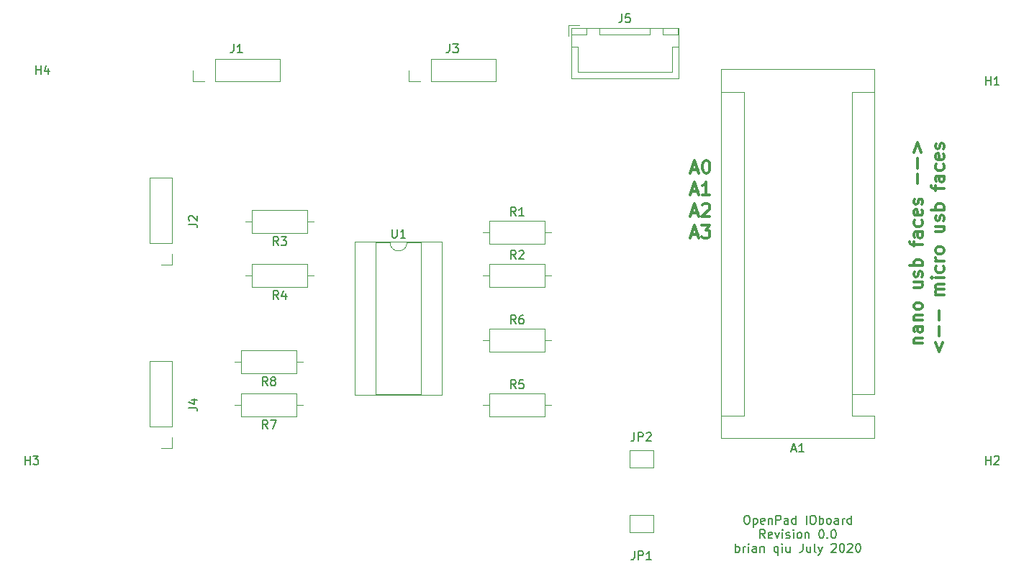
<source format=gbr>
%TF.GenerationSoftware,KiCad,Pcbnew,5.1.6-c6e7f7d~86~ubuntu18.04.1*%
%TF.CreationDate,2020-07-08T21:07:12-04:00*%
%TF.ProjectId,boo,626f6f2e-6b69-4636-9164-5f7063625858,rev?*%
%TF.SameCoordinates,Original*%
%TF.FileFunction,Legend,Top*%
%TF.FilePolarity,Positive*%
%FSLAX46Y46*%
G04 Gerber Fmt 4.6, Leading zero omitted, Abs format (unit mm)*
G04 Created by KiCad (PCBNEW 5.1.6-c6e7f7d~86~ubuntu18.04.1) date 2020-07-08 21:07:12*
%MOMM*%
%LPD*%
G01*
G04 APERTURE LIST*
%ADD10C,0.300000*%
%ADD11C,0.150000*%
%ADD12C,0.120000*%
G04 APERTURE END LIST*
D10*
X487353571Y409818571D02*
X488353571Y409818571D01*
X487496428Y409818571D02*
X487425000Y409890000D01*
X487353571Y410032857D01*
X487353571Y410247142D01*
X487425000Y410390000D01*
X487567857Y410461428D01*
X488353571Y410461428D01*
X488353571Y411818571D02*
X487567857Y411818571D01*
X487425000Y411747142D01*
X487353571Y411604285D01*
X487353571Y411318571D01*
X487425000Y411175714D01*
X488282142Y411818571D02*
X488353571Y411675714D01*
X488353571Y411318571D01*
X488282142Y411175714D01*
X488139285Y411104285D01*
X487996428Y411104285D01*
X487853571Y411175714D01*
X487782142Y411318571D01*
X487782142Y411675714D01*
X487710714Y411818571D01*
X487353571Y412532857D02*
X488353571Y412532857D01*
X487496428Y412532857D02*
X487425000Y412604285D01*
X487353571Y412747142D01*
X487353571Y412961428D01*
X487425000Y413104285D01*
X487567857Y413175714D01*
X488353571Y413175714D01*
X488353571Y414104285D02*
X488282142Y413961428D01*
X488210714Y413890000D01*
X488067857Y413818571D01*
X487639285Y413818571D01*
X487496428Y413890000D01*
X487425000Y413961428D01*
X487353571Y414104285D01*
X487353571Y414318571D01*
X487425000Y414461428D01*
X487496428Y414532857D01*
X487639285Y414604285D01*
X488067857Y414604285D01*
X488210714Y414532857D01*
X488282142Y414461428D01*
X488353571Y414318571D01*
X488353571Y414104285D01*
X487353571Y417032857D02*
X488353571Y417032857D01*
X487353571Y416390000D02*
X488139285Y416390000D01*
X488282142Y416461428D01*
X488353571Y416604285D01*
X488353571Y416818571D01*
X488282142Y416961428D01*
X488210714Y417032857D01*
X488282142Y417675714D02*
X488353571Y417818571D01*
X488353571Y418104285D01*
X488282142Y418247142D01*
X488139285Y418318571D01*
X488067857Y418318571D01*
X487925000Y418247142D01*
X487853571Y418104285D01*
X487853571Y417890000D01*
X487782142Y417747142D01*
X487639285Y417675714D01*
X487567857Y417675714D01*
X487425000Y417747142D01*
X487353571Y417890000D01*
X487353571Y418104285D01*
X487425000Y418247142D01*
X488353571Y418961428D02*
X486853571Y418961428D01*
X487425000Y418961428D02*
X487353571Y419104285D01*
X487353571Y419390000D01*
X487425000Y419532857D01*
X487496428Y419604285D01*
X487639285Y419675714D01*
X488067857Y419675714D01*
X488210714Y419604285D01*
X488282142Y419532857D01*
X488353571Y419390000D01*
X488353571Y419104285D01*
X488282142Y418961428D01*
X487353571Y421247142D02*
X487353571Y421818571D01*
X488353571Y421461428D02*
X487067857Y421461428D01*
X486925000Y421532857D01*
X486853571Y421675714D01*
X486853571Y421818571D01*
X488353571Y422961428D02*
X487567857Y422961428D01*
X487425000Y422890000D01*
X487353571Y422747142D01*
X487353571Y422461428D01*
X487425000Y422318571D01*
X488282142Y422961428D02*
X488353571Y422818571D01*
X488353571Y422461428D01*
X488282142Y422318571D01*
X488139285Y422247142D01*
X487996428Y422247142D01*
X487853571Y422318571D01*
X487782142Y422461428D01*
X487782142Y422818571D01*
X487710714Y422961428D01*
X488282142Y424318571D02*
X488353571Y424175714D01*
X488353571Y423890000D01*
X488282142Y423747142D01*
X488210714Y423675714D01*
X488067857Y423604285D01*
X487639285Y423604285D01*
X487496428Y423675714D01*
X487425000Y423747142D01*
X487353571Y423890000D01*
X487353571Y424175714D01*
X487425000Y424318571D01*
X488282142Y425532857D02*
X488353571Y425390000D01*
X488353571Y425104285D01*
X488282142Y424961428D01*
X488139285Y424890000D01*
X487567857Y424890000D01*
X487425000Y424961428D01*
X487353571Y425104285D01*
X487353571Y425390000D01*
X487425000Y425532857D01*
X487567857Y425604285D01*
X487710714Y425604285D01*
X487853571Y424890000D01*
X488282142Y426175714D02*
X488353571Y426318571D01*
X488353571Y426604285D01*
X488282142Y426747142D01*
X488139285Y426818571D01*
X488067857Y426818571D01*
X487925000Y426747142D01*
X487853571Y426604285D01*
X487853571Y426390000D01*
X487782142Y426247142D01*
X487639285Y426175714D01*
X487567857Y426175714D01*
X487425000Y426247142D01*
X487353571Y426390000D01*
X487353571Y426604285D01*
X487425000Y426747142D01*
X487782142Y428604285D02*
X487782142Y429747142D01*
X487782142Y430461428D02*
X487782142Y431604285D01*
X487353571Y432318571D02*
X487782142Y433461428D01*
X488210714Y432318571D01*
X489903571Y409961428D02*
X490332142Y408818571D01*
X490760714Y409961428D01*
X490332142Y410675714D02*
X490332142Y411818571D01*
X490332142Y412532857D02*
X490332142Y413675714D01*
X490903571Y415532857D02*
X489903571Y415532857D01*
X490046428Y415532857D02*
X489975000Y415604285D01*
X489903571Y415747142D01*
X489903571Y415961428D01*
X489975000Y416104285D01*
X490117857Y416175714D01*
X490903571Y416175714D01*
X490117857Y416175714D02*
X489975000Y416247142D01*
X489903571Y416390000D01*
X489903571Y416604285D01*
X489975000Y416747142D01*
X490117857Y416818571D01*
X490903571Y416818571D01*
X490903571Y417532857D02*
X489903571Y417532857D01*
X489403571Y417532857D02*
X489475000Y417461428D01*
X489546428Y417532857D01*
X489475000Y417604285D01*
X489403571Y417532857D01*
X489546428Y417532857D01*
X490832142Y418890000D02*
X490903571Y418747142D01*
X490903571Y418461428D01*
X490832142Y418318571D01*
X490760714Y418247142D01*
X490617857Y418175714D01*
X490189285Y418175714D01*
X490046428Y418247142D01*
X489975000Y418318571D01*
X489903571Y418461428D01*
X489903571Y418747142D01*
X489975000Y418890000D01*
X490903571Y419532857D02*
X489903571Y419532857D01*
X490189285Y419532857D02*
X490046428Y419604285D01*
X489975000Y419675714D01*
X489903571Y419818571D01*
X489903571Y419961428D01*
X490903571Y420675714D02*
X490832142Y420532857D01*
X490760714Y420461428D01*
X490617857Y420390000D01*
X490189285Y420390000D01*
X490046428Y420461428D01*
X489975000Y420532857D01*
X489903571Y420675714D01*
X489903571Y420890000D01*
X489975000Y421032857D01*
X490046428Y421104285D01*
X490189285Y421175714D01*
X490617857Y421175714D01*
X490760714Y421104285D01*
X490832142Y421032857D01*
X490903571Y420890000D01*
X490903571Y420675714D01*
X489903571Y423604285D02*
X490903571Y423604285D01*
X489903571Y422961428D02*
X490689285Y422961428D01*
X490832142Y423032857D01*
X490903571Y423175714D01*
X490903571Y423390000D01*
X490832142Y423532857D01*
X490760714Y423604285D01*
X490832142Y424247142D02*
X490903571Y424390000D01*
X490903571Y424675714D01*
X490832142Y424818571D01*
X490689285Y424890000D01*
X490617857Y424890000D01*
X490475000Y424818571D01*
X490403571Y424675714D01*
X490403571Y424461428D01*
X490332142Y424318571D01*
X490189285Y424247142D01*
X490117857Y424247142D01*
X489975000Y424318571D01*
X489903571Y424461428D01*
X489903571Y424675714D01*
X489975000Y424818571D01*
X490903571Y425532857D02*
X489403571Y425532857D01*
X489975000Y425532857D02*
X489903571Y425675714D01*
X489903571Y425961428D01*
X489975000Y426104285D01*
X490046428Y426175714D01*
X490189285Y426247142D01*
X490617857Y426247142D01*
X490760714Y426175714D01*
X490832142Y426104285D01*
X490903571Y425961428D01*
X490903571Y425675714D01*
X490832142Y425532857D01*
X489903571Y427818571D02*
X489903571Y428390000D01*
X490903571Y428032857D02*
X489617857Y428032857D01*
X489475000Y428104285D01*
X489403571Y428247142D01*
X489403571Y428390000D01*
X490903571Y429532857D02*
X490117857Y429532857D01*
X489975000Y429461428D01*
X489903571Y429318571D01*
X489903571Y429032857D01*
X489975000Y428890000D01*
X490832142Y429532857D02*
X490903571Y429390000D01*
X490903571Y429032857D01*
X490832142Y428890000D01*
X490689285Y428818571D01*
X490546428Y428818571D01*
X490403571Y428890000D01*
X490332142Y429032857D01*
X490332142Y429390000D01*
X490260714Y429532857D01*
X490832142Y430890000D02*
X490903571Y430747142D01*
X490903571Y430461428D01*
X490832142Y430318571D01*
X490760714Y430247142D01*
X490617857Y430175714D01*
X490189285Y430175714D01*
X490046428Y430247142D01*
X489975000Y430318571D01*
X489903571Y430461428D01*
X489903571Y430747142D01*
X489975000Y430890000D01*
X490832142Y432104285D02*
X490903571Y431961428D01*
X490903571Y431675714D01*
X490832142Y431532857D01*
X490689285Y431461428D01*
X490117857Y431461428D01*
X489975000Y431532857D01*
X489903571Y431675714D01*
X489903571Y431961428D01*
X489975000Y432104285D01*
X490117857Y432175714D01*
X490260714Y432175714D01*
X490403571Y431461428D01*
X490832142Y432747142D02*
X490903571Y432890000D01*
X490903571Y433175714D01*
X490832142Y433318571D01*
X490689285Y433390000D01*
X490617857Y433390000D01*
X490475000Y433318571D01*
X490403571Y433175714D01*
X490403571Y432961428D01*
X490332142Y432818571D01*
X490189285Y432747142D01*
X490117857Y432747142D01*
X489975000Y432818571D01*
X489903571Y432961428D01*
X489903571Y433175714D01*
X489975000Y433318571D01*
X461208571Y422660000D02*
X461922857Y422660000D01*
X461065714Y422231428D02*
X461565714Y423731428D01*
X462065714Y422231428D01*
X462422857Y423731428D02*
X463351428Y423731428D01*
X462851428Y423160000D01*
X463065714Y423160000D01*
X463208571Y423088571D01*
X463280000Y423017142D01*
X463351428Y422874285D01*
X463351428Y422517142D01*
X463280000Y422374285D01*
X463208571Y422302857D01*
X463065714Y422231428D01*
X462637142Y422231428D01*
X462494285Y422302857D01*
X462422857Y422374285D01*
X461208571Y425200000D02*
X461922857Y425200000D01*
X461065714Y424771428D02*
X461565714Y426271428D01*
X462065714Y424771428D01*
X462494285Y426128571D02*
X462565714Y426200000D01*
X462708571Y426271428D01*
X463065714Y426271428D01*
X463208571Y426200000D01*
X463280000Y426128571D01*
X463351428Y425985714D01*
X463351428Y425842857D01*
X463280000Y425628571D01*
X462422857Y424771428D01*
X463351428Y424771428D01*
X461208571Y427740000D02*
X461922857Y427740000D01*
X461065714Y427311428D02*
X461565714Y428811428D01*
X462065714Y427311428D01*
X463351428Y427311428D02*
X462494285Y427311428D01*
X462922857Y427311428D02*
X462922857Y428811428D01*
X462780000Y428597142D01*
X462637142Y428454285D01*
X462494285Y428382857D01*
X461208571Y430280000D02*
X461922857Y430280000D01*
X461065714Y429851428D02*
X461565714Y431351428D01*
X462065714Y429851428D01*
X462851428Y431351428D02*
X462994285Y431351428D01*
X463137142Y431280000D01*
X463208571Y431208571D01*
X463280000Y431065714D01*
X463351428Y430780000D01*
X463351428Y430422857D01*
X463280000Y430137142D01*
X463208571Y429994285D01*
X463137142Y429922857D01*
X462994285Y429851428D01*
X462851428Y429851428D01*
X462708571Y429922857D01*
X462637142Y429994285D01*
X462565714Y430137142D01*
X462494285Y430422857D01*
X462494285Y430780000D01*
X462565714Y431065714D01*
X462637142Y431208571D01*
X462708571Y431280000D01*
X462851428Y431351428D01*
D11*
X467614761Y389547619D02*
X467805238Y389547619D01*
X467900476Y389500000D01*
X467995714Y389404761D01*
X468043333Y389214285D01*
X468043333Y388880952D01*
X467995714Y388690476D01*
X467900476Y388595238D01*
X467805238Y388547619D01*
X467614761Y388547619D01*
X467519523Y388595238D01*
X467424285Y388690476D01*
X467376666Y388880952D01*
X467376666Y389214285D01*
X467424285Y389404761D01*
X467519523Y389500000D01*
X467614761Y389547619D01*
X468471904Y389214285D02*
X468471904Y388214285D01*
X468471904Y389166666D02*
X468567142Y389214285D01*
X468757619Y389214285D01*
X468852857Y389166666D01*
X468900476Y389119047D01*
X468948095Y389023809D01*
X468948095Y388738095D01*
X468900476Y388642857D01*
X468852857Y388595238D01*
X468757619Y388547619D01*
X468567142Y388547619D01*
X468471904Y388595238D01*
X469757619Y388595238D02*
X469662380Y388547619D01*
X469471904Y388547619D01*
X469376666Y388595238D01*
X469329047Y388690476D01*
X469329047Y389071428D01*
X469376666Y389166666D01*
X469471904Y389214285D01*
X469662380Y389214285D01*
X469757619Y389166666D01*
X469805238Y389071428D01*
X469805238Y388976190D01*
X469329047Y388880952D01*
X470233809Y389214285D02*
X470233809Y388547619D01*
X470233809Y389119047D02*
X470281428Y389166666D01*
X470376666Y389214285D01*
X470519523Y389214285D01*
X470614761Y389166666D01*
X470662380Y389071428D01*
X470662380Y388547619D01*
X471138571Y388547619D02*
X471138571Y389547619D01*
X471519523Y389547619D01*
X471614761Y389500000D01*
X471662380Y389452380D01*
X471710000Y389357142D01*
X471710000Y389214285D01*
X471662380Y389119047D01*
X471614761Y389071428D01*
X471519523Y389023809D01*
X471138571Y389023809D01*
X472567142Y388547619D02*
X472567142Y389071428D01*
X472519523Y389166666D01*
X472424285Y389214285D01*
X472233809Y389214285D01*
X472138571Y389166666D01*
X472567142Y388595238D02*
X472471904Y388547619D01*
X472233809Y388547619D01*
X472138571Y388595238D01*
X472090952Y388690476D01*
X472090952Y388785714D01*
X472138571Y388880952D01*
X472233809Y388928571D01*
X472471904Y388928571D01*
X472567142Y388976190D01*
X473471904Y388547619D02*
X473471904Y389547619D01*
X473471904Y388595238D02*
X473376666Y388547619D01*
X473186190Y388547619D01*
X473090952Y388595238D01*
X473043333Y388642857D01*
X472995714Y388738095D01*
X472995714Y389023809D01*
X473043333Y389119047D01*
X473090952Y389166666D01*
X473186190Y389214285D01*
X473376666Y389214285D01*
X473471904Y389166666D01*
X474710000Y388547619D02*
X474710000Y389547619D01*
X475376666Y389547619D02*
X475567142Y389547619D01*
X475662380Y389500000D01*
X475757619Y389404761D01*
X475805238Y389214285D01*
X475805238Y388880952D01*
X475757619Y388690476D01*
X475662380Y388595238D01*
X475567142Y388547619D01*
X475376666Y388547619D01*
X475281428Y388595238D01*
X475186190Y388690476D01*
X475138571Y388880952D01*
X475138571Y389214285D01*
X475186190Y389404761D01*
X475281428Y389500000D01*
X475376666Y389547619D01*
X476233809Y388547619D02*
X476233809Y389547619D01*
X476233809Y389166666D02*
X476329047Y389214285D01*
X476519523Y389214285D01*
X476614761Y389166666D01*
X476662380Y389119047D01*
X476710000Y389023809D01*
X476710000Y388738095D01*
X476662380Y388642857D01*
X476614761Y388595238D01*
X476519523Y388547619D01*
X476329047Y388547619D01*
X476233809Y388595238D01*
X477281428Y388547619D02*
X477186190Y388595238D01*
X477138571Y388642857D01*
X477090952Y388738095D01*
X477090952Y389023809D01*
X477138571Y389119047D01*
X477186190Y389166666D01*
X477281428Y389214285D01*
X477424285Y389214285D01*
X477519523Y389166666D01*
X477567142Y389119047D01*
X477614761Y389023809D01*
X477614761Y388738095D01*
X477567142Y388642857D01*
X477519523Y388595238D01*
X477424285Y388547619D01*
X477281428Y388547619D01*
X478471904Y388547619D02*
X478471904Y389071428D01*
X478424285Y389166666D01*
X478329047Y389214285D01*
X478138571Y389214285D01*
X478043333Y389166666D01*
X478471904Y388595238D02*
X478376666Y388547619D01*
X478138571Y388547619D01*
X478043333Y388595238D01*
X477995714Y388690476D01*
X477995714Y388785714D01*
X478043333Y388880952D01*
X478138571Y388928571D01*
X478376666Y388928571D01*
X478471904Y388976190D01*
X478948095Y388547619D02*
X478948095Y389214285D01*
X478948095Y389023809D02*
X478995714Y389119047D01*
X479043333Y389166666D01*
X479138571Y389214285D01*
X479233809Y389214285D01*
X479995714Y388547619D02*
X479995714Y389547619D01*
X479995714Y388595238D02*
X479900476Y388547619D01*
X479710000Y388547619D01*
X479614761Y388595238D01*
X479567142Y388642857D01*
X479519523Y388738095D01*
X479519523Y389023809D01*
X479567142Y389119047D01*
X479614761Y389166666D01*
X479710000Y389214285D01*
X479900476Y389214285D01*
X479995714Y389166666D01*
X469852857Y386897619D02*
X469519523Y387373809D01*
X469281428Y386897619D02*
X469281428Y387897619D01*
X469662380Y387897619D01*
X469757619Y387850000D01*
X469805238Y387802380D01*
X469852857Y387707142D01*
X469852857Y387564285D01*
X469805238Y387469047D01*
X469757619Y387421428D01*
X469662380Y387373809D01*
X469281428Y387373809D01*
X470662380Y386945238D02*
X470567142Y386897619D01*
X470376666Y386897619D01*
X470281428Y386945238D01*
X470233809Y387040476D01*
X470233809Y387421428D01*
X470281428Y387516666D01*
X470376666Y387564285D01*
X470567142Y387564285D01*
X470662380Y387516666D01*
X470710000Y387421428D01*
X470710000Y387326190D01*
X470233809Y387230952D01*
X471043333Y387564285D02*
X471281428Y386897619D01*
X471519523Y387564285D01*
X471900476Y386897619D02*
X471900476Y387564285D01*
X471900476Y387897619D02*
X471852857Y387850000D01*
X471900476Y387802380D01*
X471948095Y387850000D01*
X471900476Y387897619D01*
X471900476Y387802380D01*
X472329047Y386945238D02*
X472424285Y386897619D01*
X472614761Y386897619D01*
X472710000Y386945238D01*
X472757619Y387040476D01*
X472757619Y387088095D01*
X472710000Y387183333D01*
X472614761Y387230952D01*
X472471904Y387230952D01*
X472376666Y387278571D01*
X472329047Y387373809D01*
X472329047Y387421428D01*
X472376666Y387516666D01*
X472471904Y387564285D01*
X472614761Y387564285D01*
X472710000Y387516666D01*
X473186190Y386897619D02*
X473186190Y387564285D01*
X473186190Y387897619D02*
X473138571Y387850000D01*
X473186190Y387802380D01*
X473233809Y387850000D01*
X473186190Y387897619D01*
X473186190Y387802380D01*
X473805238Y386897619D02*
X473710000Y386945238D01*
X473662380Y386992857D01*
X473614761Y387088095D01*
X473614761Y387373809D01*
X473662380Y387469047D01*
X473710000Y387516666D01*
X473805238Y387564285D01*
X473948095Y387564285D01*
X474043333Y387516666D01*
X474090952Y387469047D01*
X474138571Y387373809D01*
X474138571Y387088095D01*
X474090952Y386992857D01*
X474043333Y386945238D01*
X473948095Y386897619D01*
X473805238Y386897619D01*
X474567142Y387564285D02*
X474567142Y386897619D01*
X474567142Y387469047D02*
X474614761Y387516666D01*
X474710000Y387564285D01*
X474852857Y387564285D01*
X474948095Y387516666D01*
X474995714Y387421428D01*
X474995714Y386897619D01*
X476424285Y387897619D02*
X476519523Y387897619D01*
X476614761Y387850000D01*
X476662380Y387802380D01*
X476710000Y387707142D01*
X476757619Y387516666D01*
X476757619Y387278571D01*
X476710000Y387088095D01*
X476662380Y386992857D01*
X476614761Y386945238D01*
X476519523Y386897619D01*
X476424285Y386897619D01*
X476329047Y386945238D01*
X476281428Y386992857D01*
X476233809Y387088095D01*
X476186190Y387278571D01*
X476186190Y387516666D01*
X476233809Y387707142D01*
X476281428Y387802380D01*
X476329047Y387850000D01*
X476424285Y387897619D01*
X477186190Y386992857D02*
X477233809Y386945238D01*
X477186190Y386897619D01*
X477138571Y386945238D01*
X477186190Y386992857D01*
X477186190Y386897619D01*
X477852857Y387897619D02*
X477948095Y387897619D01*
X478043333Y387850000D01*
X478090952Y387802380D01*
X478138571Y387707142D01*
X478186190Y387516666D01*
X478186190Y387278571D01*
X478138571Y387088095D01*
X478090952Y386992857D01*
X478043333Y386945238D01*
X477948095Y386897619D01*
X477852857Y386897619D01*
X477757619Y386945238D01*
X477710000Y386992857D01*
X477662380Y387088095D01*
X477614761Y387278571D01*
X477614761Y387516666D01*
X477662380Y387707142D01*
X477710000Y387802380D01*
X477757619Y387850000D01*
X477852857Y387897619D01*
X466376666Y385247619D02*
X466376666Y386247619D01*
X466376666Y385866666D02*
X466471904Y385914285D01*
X466662380Y385914285D01*
X466757619Y385866666D01*
X466805238Y385819047D01*
X466852857Y385723809D01*
X466852857Y385438095D01*
X466805238Y385342857D01*
X466757619Y385295238D01*
X466662380Y385247619D01*
X466471904Y385247619D01*
X466376666Y385295238D01*
X467281428Y385247619D02*
X467281428Y385914285D01*
X467281428Y385723809D02*
X467329047Y385819047D01*
X467376666Y385866666D01*
X467471904Y385914285D01*
X467567142Y385914285D01*
X467900476Y385247619D02*
X467900476Y385914285D01*
X467900476Y386247619D02*
X467852857Y386200000D01*
X467900476Y386152380D01*
X467948095Y386200000D01*
X467900476Y386247619D01*
X467900476Y386152380D01*
X468805238Y385247619D02*
X468805238Y385771428D01*
X468757619Y385866666D01*
X468662380Y385914285D01*
X468471904Y385914285D01*
X468376666Y385866666D01*
X468805238Y385295238D02*
X468710000Y385247619D01*
X468471904Y385247619D01*
X468376666Y385295238D01*
X468329047Y385390476D01*
X468329047Y385485714D01*
X468376666Y385580952D01*
X468471904Y385628571D01*
X468710000Y385628571D01*
X468805238Y385676190D01*
X469281428Y385914285D02*
X469281428Y385247619D01*
X469281428Y385819047D02*
X469329047Y385866666D01*
X469424285Y385914285D01*
X469567142Y385914285D01*
X469662380Y385866666D01*
X469710000Y385771428D01*
X469710000Y385247619D01*
X471376666Y385914285D02*
X471376666Y384914285D01*
X471376666Y385295238D02*
X471281428Y385247619D01*
X471090952Y385247619D01*
X470995714Y385295238D01*
X470948095Y385342857D01*
X470900476Y385438095D01*
X470900476Y385723809D01*
X470948095Y385819047D01*
X470995714Y385866666D01*
X471090952Y385914285D01*
X471281428Y385914285D01*
X471376666Y385866666D01*
X471852857Y385247619D02*
X471852857Y385914285D01*
X471852857Y386247619D02*
X471805238Y386200000D01*
X471852857Y386152380D01*
X471900476Y386200000D01*
X471852857Y386247619D01*
X471852857Y386152380D01*
X472757619Y385914285D02*
X472757619Y385247619D01*
X472329047Y385914285D02*
X472329047Y385390476D01*
X472376666Y385295238D01*
X472471904Y385247619D01*
X472614761Y385247619D01*
X472710000Y385295238D01*
X472757619Y385342857D01*
X474281428Y386247619D02*
X474281428Y385533333D01*
X474233809Y385390476D01*
X474138571Y385295238D01*
X473995714Y385247619D01*
X473900476Y385247619D01*
X475186190Y385914285D02*
X475186190Y385247619D01*
X474757619Y385914285D02*
X474757619Y385390476D01*
X474805238Y385295238D01*
X474900476Y385247619D01*
X475043333Y385247619D01*
X475138571Y385295238D01*
X475186190Y385342857D01*
X475805238Y385247619D02*
X475710000Y385295238D01*
X475662380Y385390476D01*
X475662380Y386247619D01*
X476090952Y385914285D02*
X476329047Y385247619D01*
X476567142Y385914285D02*
X476329047Y385247619D01*
X476233809Y385009523D01*
X476186190Y384961904D01*
X476090952Y384914285D01*
X477662380Y386152380D02*
X477710000Y386200000D01*
X477805238Y386247619D01*
X478043333Y386247619D01*
X478138571Y386200000D01*
X478186190Y386152380D01*
X478233809Y386057142D01*
X478233809Y385961904D01*
X478186190Y385819047D01*
X477614761Y385247619D01*
X478233809Y385247619D01*
X478852857Y386247619D02*
X478948095Y386247619D01*
X479043333Y386200000D01*
X479090952Y386152380D01*
X479138571Y386057142D01*
X479186190Y385866666D01*
X479186190Y385628571D01*
X479138571Y385438095D01*
X479090952Y385342857D01*
X479043333Y385295238D01*
X478948095Y385247619D01*
X478852857Y385247619D01*
X478757619Y385295238D01*
X478710000Y385342857D01*
X478662380Y385438095D01*
X478614761Y385628571D01*
X478614761Y385866666D01*
X478662380Y386057142D01*
X478710000Y386152380D01*
X478757619Y386200000D01*
X478852857Y386247619D01*
X479567142Y386152380D02*
X479614761Y386200000D01*
X479710000Y386247619D01*
X479948095Y386247619D01*
X480043333Y386200000D01*
X480090952Y386152380D01*
X480138571Y386057142D01*
X480138571Y385961904D01*
X480090952Y385819047D01*
X479519523Y385247619D01*
X480138571Y385247619D01*
X480757619Y386247619D02*
X480852857Y386247619D01*
X480948095Y386200000D01*
X480995714Y386152380D01*
X481043333Y386057142D01*
X481090952Y385866666D01*
X481090952Y385628571D01*
X481043333Y385438095D01*
X480995714Y385342857D01*
X480948095Y385295238D01*
X480852857Y385247619D01*
X480757619Y385247619D01*
X480662380Y385295238D01*
X480614761Y385342857D01*
X480567142Y385438095D01*
X480519523Y385628571D01*
X480519523Y385866666D01*
X480567142Y386057142D01*
X480614761Y386152380D01*
X480662380Y386200000D01*
X480757619Y386247619D01*
D12*
%TO.C,U1*%
X431860000Y421760000D02*
X421580000Y421760000D01*
X431860000Y403740000D02*
X431860000Y421760000D01*
X421580000Y403740000D02*
X431860000Y403740000D01*
X421580000Y421760000D02*
X421580000Y403740000D01*
X429370000Y421700000D02*
X427720000Y421700000D01*
X429370000Y403800000D02*
X429370000Y421700000D01*
X424070000Y403800000D02*
X429370000Y403800000D01*
X424070000Y421700000D02*
X424070000Y403800000D01*
X425720000Y421700000D02*
X424070000Y421700000D01*
X427720000Y421700000D02*
G75*
G02*
X425720000Y421700000I-1000000J0D01*
G01*
%TO.C,R8*%
X407440000Y407670000D02*
X408210000Y407670000D01*
X415520000Y407670000D02*
X414750000Y407670000D01*
X408210000Y406300000D02*
X414750000Y406300000D01*
X408210000Y409040000D02*
X408210000Y406300000D01*
X414750000Y409040000D02*
X408210000Y409040000D01*
X414750000Y406300000D02*
X414750000Y409040000D01*
%TO.C,R7*%
X407440000Y402590000D02*
X408210000Y402590000D01*
X415520000Y402590000D02*
X414750000Y402590000D01*
X408210000Y401220000D02*
X414750000Y401220000D01*
X408210000Y403960000D02*
X408210000Y401220000D01*
X414750000Y403960000D02*
X408210000Y403960000D01*
X414750000Y401220000D02*
X414750000Y403960000D01*
%TO.C,R6*%
X444730000Y410210000D02*
X443960000Y410210000D01*
X436650000Y410210000D02*
X437420000Y410210000D01*
X443960000Y411580000D02*
X437420000Y411580000D01*
X443960000Y408840000D02*
X443960000Y411580000D01*
X437420000Y408840000D02*
X443960000Y408840000D01*
X437420000Y411580000D02*
X437420000Y408840000D01*
%TO.C,R5*%
X444730000Y402590000D02*
X443960000Y402590000D01*
X436650000Y402590000D02*
X437420000Y402590000D01*
X443960000Y403960000D02*
X437420000Y403960000D01*
X443960000Y401220000D02*
X443960000Y403960000D01*
X437420000Y401220000D02*
X443960000Y401220000D01*
X437420000Y403960000D02*
X437420000Y401220000D01*
%TO.C,R4*%
X408710000Y417830000D02*
X409480000Y417830000D01*
X416790000Y417830000D02*
X416020000Y417830000D01*
X409480000Y416460000D02*
X416020000Y416460000D01*
X409480000Y419200000D02*
X409480000Y416460000D01*
X416020000Y419200000D02*
X409480000Y419200000D01*
X416020000Y416460000D02*
X416020000Y419200000D01*
%TO.C,R3*%
X408710000Y424180000D02*
X409480000Y424180000D01*
X416790000Y424180000D02*
X416020000Y424180000D01*
X409480000Y422810000D02*
X416020000Y422810000D01*
X409480000Y425550000D02*
X409480000Y422810000D01*
X416020000Y425550000D02*
X409480000Y425550000D01*
X416020000Y422810000D02*
X416020000Y425550000D01*
%TO.C,R2*%
X444730000Y417830000D02*
X443960000Y417830000D01*
X436650000Y417830000D02*
X437420000Y417830000D01*
X443960000Y419200000D02*
X437420000Y419200000D01*
X443960000Y416460000D02*
X443960000Y419200000D01*
X437420000Y416460000D02*
X443960000Y416460000D01*
X437420000Y419200000D02*
X437420000Y416460000D01*
%TO.C,R1*%
X444730000Y422910000D02*
X443960000Y422910000D01*
X436650000Y422910000D02*
X437420000Y422910000D01*
X443960000Y424280000D02*
X437420000Y424280000D01*
X443960000Y421540000D02*
X443960000Y424280000D01*
X437420000Y421540000D02*
X443960000Y421540000D01*
X437420000Y424280000D02*
X437420000Y421540000D01*
%TO.C,J1*%
X412810000Y440630000D02*
X412810000Y443290000D01*
X405130000Y440630000D02*
X412810000Y440630000D01*
X405130000Y443290000D02*
X412810000Y443290000D01*
X405130000Y440630000D02*
X405130000Y443290000D01*
X403860000Y440630000D02*
X402530000Y440630000D01*
X402530000Y440630000D02*
X402530000Y441960000D01*
%TO.C,J2*%
X400110000Y419040000D02*
X398780000Y419040000D01*
X400110000Y420370000D02*
X400110000Y419040000D01*
X400110000Y421640000D02*
X397450000Y421640000D01*
X397450000Y421640000D02*
X397450000Y429320000D01*
X400110000Y421640000D02*
X400110000Y429320000D01*
X400110000Y429320000D02*
X397450000Y429320000D01*
%TO.C,J3*%
X438210000Y440630000D02*
X438210000Y443290000D01*
X430530000Y440630000D02*
X438210000Y440630000D01*
X430530000Y443290000D02*
X438210000Y443290000D01*
X430530000Y440630000D02*
X430530000Y443290000D01*
X429260000Y440630000D02*
X427930000Y440630000D01*
X427930000Y440630000D02*
X427930000Y441960000D01*
%TO.C,J4*%
X400110000Y397450000D02*
X398780000Y397450000D01*
X400110000Y398780000D02*
X400110000Y397450000D01*
X400110000Y400050000D02*
X397450000Y400050000D01*
X397450000Y400050000D02*
X397450000Y407730000D01*
X400110000Y400050000D02*
X400110000Y407730000D01*
X400110000Y407730000D02*
X397450000Y407730000D01*
%TO.C,J5*%
X446730000Y447250000D02*
X446730000Y446000000D01*
X447980000Y447250000D02*
X446730000Y447250000D01*
X458880000Y441750000D02*
X453330000Y441750000D01*
X458880000Y444700000D02*
X458880000Y441750000D01*
X459630000Y444700000D02*
X458880000Y444700000D01*
X447780000Y441750000D02*
X453330000Y441750000D01*
X447780000Y444700000D02*
X447780000Y441750000D01*
X447030000Y444700000D02*
X447780000Y444700000D01*
X459630000Y446950000D02*
X457830000Y446950000D01*
X459630000Y446200000D02*
X459630000Y446950000D01*
X457830000Y446200000D02*
X459630000Y446200000D01*
X457830000Y446950000D02*
X457830000Y446200000D01*
X448830000Y446950000D02*
X447030000Y446950000D01*
X448830000Y446200000D02*
X448830000Y446950000D01*
X447030000Y446200000D02*
X448830000Y446200000D01*
X447030000Y446950000D02*
X447030000Y446200000D01*
X456330000Y446950000D02*
X450330000Y446950000D01*
X456330000Y446200000D02*
X456330000Y446950000D01*
X450330000Y446200000D02*
X456330000Y446200000D01*
X450330000Y446950000D02*
X450330000Y446200000D01*
X459640000Y446960000D02*
X447020000Y446960000D01*
X459640000Y440990000D02*
X459640000Y446960000D01*
X447020000Y440990000D02*
X459640000Y440990000D01*
X447020000Y446960000D02*
X447020000Y440990000D01*
%TO.C,JP1*%
X453910000Y387620000D02*
X453910000Y389620000D01*
X456710000Y387620000D02*
X453910000Y387620000D01*
X456710000Y389620000D02*
X456710000Y387620000D01*
X453910000Y389620000D02*
X456710000Y389620000D01*
%TO.C,JP2*%
X453880000Y395240000D02*
X453880000Y397240000D01*
X456680000Y395240000D02*
X453880000Y395240000D01*
X456680000Y397240000D02*
X456680000Y395240000D01*
X453880000Y397240000D02*
X456680000Y397240000D01*
%TO.C,A1*%
X480060000Y403860000D02*
X480060000Y401320000D01*
X480060000Y401320000D02*
X482730000Y401320000D01*
X482730000Y403860000D02*
X482730000Y442090000D01*
X482730000Y398650000D02*
X482730000Y401320000D01*
X467360000Y401320000D02*
X464690000Y401320000D01*
X467360000Y401320000D02*
X467360000Y439420000D01*
X467360000Y439420000D02*
X464690000Y439420000D01*
X480060000Y403860000D02*
X482730000Y403860000D01*
X480060000Y403860000D02*
X480060000Y439420000D01*
X480060000Y439420000D02*
X482730000Y439420000D01*
X482730000Y442090000D02*
X464690000Y442090000D01*
X464690000Y442090000D02*
X464690000Y398650000D01*
X464690000Y398650000D02*
X482730000Y398650000D01*
%TO.C,U1*%
D11*
X425958095Y423247619D02*
X425958095Y422438095D01*
X426005714Y422342857D01*
X426053333Y422295238D01*
X426148571Y422247619D01*
X426339047Y422247619D01*
X426434285Y422295238D01*
X426481904Y422342857D01*
X426529523Y422438095D01*
X426529523Y423247619D01*
X427529523Y422247619D02*
X426958095Y422247619D01*
X427243809Y422247619D02*
X427243809Y423247619D01*
X427148571Y423104761D01*
X427053333Y423009523D01*
X426958095Y422961904D01*
%TO.C,R8*%
X411313333Y404847619D02*
X410980000Y405323809D01*
X410741904Y404847619D02*
X410741904Y405847619D01*
X411122857Y405847619D01*
X411218095Y405800000D01*
X411265714Y405752380D01*
X411313333Y405657142D01*
X411313333Y405514285D01*
X411265714Y405419047D01*
X411218095Y405371428D01*
X411122857Y405323809D01*
X410741904Y405323809D01*
X411884761Y405419047D02*
X411789523Y405466666D01*
X411741904Y405514285D01*
X411694285Y405609523D01*
X411694285Y405657142D01*
X411741904Y405752380D01*
X411789523Y405800000D01*
X411884761Y405847619D01*
X412075238Y405847619D01*
X412170476Y405800000D01*
X412218095Y405752380D01*
X412265714Y405657142D01*
X412265714Y405609523D01*
X412218095Y405514285D01*
X412170476Y405466666D01*
X412075238Y405419047D01*
X411884761Y405419047D01*
X411789523Y405371428D01*
X411741904Y405323809D01*
X411694285Y405228571D01*
X411694285Y405038095D01*
X411741904Y404942857D01*
X411789523Y404895238D01*
X411884761Y404847619D01*
X412075238Y404847619D01*
X412170476Y404895238D01*
X412218095Y404942857D01*
X412265714Y405038095D01*
X412265714Y405228571D01*
X412218095Y405323809D01*
X412170476Y405371428D01*
X412075238Y405419047D01*
%TO.C,R7*%
X411313333Y399767619D02*
X410980000Y400243809D01*
X410741904Y399767619D02*
X410741904Y400767619D01*
X411122857Y400767619D01*
X411218095Y400720000D01*
X411265714Y400672380D01*
X411313333Y400577142D01*
X411313333Y400434285D01*
X411265714Y400339047D01*
X411218095Y400291428D01*
X411122857Y400243809D01*
X410741904Y400243809D01*
X411646666Y400767619D02*
X412313333Y400767619D01*
X411884761Y399767619D01*
%TO.C,R6*%
X440523333Y412127619D02*
X440190000Y412603809D01*
X439951904Y412127619D02*
X439951904Y413127619D01*
X440332857Y413127619D01*
X440428095Y413080000D01*
X440475714Y413032380D01*
X440523333Y412937142D01*
X440523333Y412794285D01*
X440475714Y412699047D01*
X440428095Y412651428D01*
X440332857Y412603809D01*
X439951904Y412603809D01*
X441380476Y413127619D02*
X441190000Y413127619D01*
X441094761Y413080000D01*
X441047142Y413032380D01*
X440951904Y412889523D01*
X440904285Y412699047D01*
X440904285Y412318095D01*
X440951904Y412222857D01*
X440999523Y412175238D01*
X441094761Y412127619D01*
X441285238Y412127619D01*
X441380476Y412175238D01*
X441428095Y412222857D01*
X441475714Y412318095D01*
X441475714Y412556190D01*
X441428095Y412651428D01*
X441380476Y412699047D01*
X441285238Y412746666D01*
X441094761Y412746666D01*
X440999523Y412699047D01*
X440951904Y412651428D01*
X440904285Y412556190D01*
%TO.C,R5*%
X440523333Y404507619D02*
X440190000Y404983809D01*
X439951904Y404507619D02*
X439951904Y405507619D01*
X440332857Y405507619D01*
X440428095Y405460000D01*
X440475714Y405412380D01*
X440523333Y405317142D01*
X440523333Y405174285D01*
X440475714Y405079047D01*
X440428095Y405031428D01*
X440332857Y404983809D01*
X439951904Y404983809D01*
X441428095Y405507619D02*
X440951904Y405507619D01*
X440904285Y405031428D01*
X440951904Y405079047D01*
X441047142Y405126666D01*
X441285238Y405126666D01*
X441380476Y405079047D01*
X441428095Y405031428D01*
X441475714Y404936190D01*
X441475714Y404698095D01*
X441428095Y404602857D01*
X441380476Y404555238D01*
X441285238Y404507619D01*
X441047142Y404507619D01*
X440951904Y404555238D01*
X440904285Y404602857D01*
%TO.C,R4*%
X412583333Y415007619D02*
X412250000Y415483809D01*
X412011904Y415007619D02*
X412011904Y416007619D01*
X412392857Y416007619D01*
X412488095Y415960000D01*
X412535714Y415912380D01*
X412583333Y415817142D01*
X412583333Y415674285D01*
X412535714Y415579047D01*
X412488095Y415531428D01*
X412392857Y415483809D01*
X412011904Y415483809D01*
X413440476Y415674285D02*
X413440476Y415007619D01*
X413202380Y416055238D02*
X412964285Y415340952D01*
X413583333Y415340952D01*
%TO.C,R3*%
X412583333Y421357619D02*
X412250000Y421833809D01*
X412011904Y421357619D02*
X412011904Y422357619D01*
X412392857Y422357619D01*
X412488095Y422310000D01*
X412535714Y422262380D01*
X412583333Y422167142D01*
X412583333Y422024285D01*
X412535714Y421929047D01*
X412488095Y421881428D01*
X412392857Y421833809D01*
X412011904Y421833809D01*
X412916666Y422357619D02*
X413535714Y422357619D01*
X413202380Y421976666D01*
X413345238Y421976666D01*
X413440476Y421929047D01*
X413488095Y421881428D01*
X413535714Y421786190D01*
X413535714Y421548095D01*
X413488095Y421452857D01*
X413440476Y421405238D01*
X413345238Y421357619D01*
X413059523Y421357619D01*
X412964285Y421405238D01*
X412916666Y421452857D01*
%TO.C,R2*%
X440523333Y419747619D02*
X440190000Y420223809D01*
X439951904Y419747619D02*
X439951904Y420747619D01*
X440332857Y420747619D01*
X440428095Y420700000D01*
X440475714Y420652380D01*
X440523333Y420557142D01*
X440523333Y420414285D01*
X440475714Y420319047D01*
X440428095Y420271428D01*
X440332857Y420223809D01*
X439951904Y420223809D01*
X440904285Y420652380D02*
X440951904Y420700000D01*
X441047142Y420747619D01*
X441285238Y420747619D01*
X441380476Y420700000D01*
X441428095Y420652380D01*
X441475714Y420557142D01*
X441475714Y420461904D01*
X441428095Y420319047D01*
X440856666Y419747619D01*
X441475714Y419747619D01*
%TO.C,R1*%
X440523333Y424827619D02*
X440190000Y425303809D01*
X439951904Y424827619D02*
X439951904Y425827619D01*
X440332857Y425827619D01*
X440428095Y425780000D01*
X440475714Y425732380D01*
X440523333Y425637142D01*
X440523333Y425494285D01*
X440475714Y425399047D01*
X440428095Y425351428D01*
X440332857Y425303809D01*
X439951904Y425303809D01*
X441475714Y424827619D02*
X440904285Y424827619D01*
X441190000Y424827619D02*
X441190000Y425827619D01*
X441094761Y425684761D01*
X440999523Y425589523D01*
X440904285Y425541904D01*
%TO.C,J1*%
X407336666Y445047619D02*
X407336666Y444333333D01*
X407289047Y444190476D01*
X407193809Y444095238D01*
X407050952Y444047619D01*
X406955714Y444047619D01*
X408336666Y444047619D02*
X407765238Y444047619D01*
X408050952Y444047619D02*
X408050952Y445047619D01*
X407955714Y444904761D01*
X407860476Y444809523D01*
X407765238Y444761904D01*
%TO.C,J2*%
X402042380Y423846666D02*
X402756666Y423846666D01*
X402899523Y423799047D01*
X402994761Y423703809D01*
X403042380Y423560952D01*
X403042380Y423465714D01*
X402137619Y424275238D02*
X402090000Y424322857D01*
X402042380Y424418095D01*
X402042380Y424656190D01*
X402090000Y424751428D01*
X402137619Y424799047D01*
X402232857Y424846666D01*
X402328095Y424846666D01*
X402470952Y424799047D01*
X403042380Y424227619D01*
X403042380Y424846666D01*
%TO.C,J3*%
X432736666Y445047619D02*
X432736666Y444333333D01*
X432689047Y444190476D01*
X432593809Y444095238D01*
X432450952Y444047619D01*
X432355714Y444047619D01*
X433117619Y445047619D02*
X433736666Y445047619D01*
X433403333Y444666666D01*
X433546190Y444666666D01*
X433641428Y444619047D01*
X433689047Y444571428D01*
X433736666Y444476190D01*
X433736666Y444238095D01*
X433689047Y444142857D01*
X433641428Y444095238D01*
X433546190Y444047619D01*
X433260476Y444047619D01*
X433165238Y444095238D01*
X433117619Y444142857D01*
%TO.C,J4*%
X402042380Y402256666D02*
X402756666Y402256666D01*
X402899523Y402209047D01*
X402994761Y402113809D01*
X403042380Y401970952D01*
X403042380Y401875714D01*
X402375714Y403161428D02*
X403042380Y403161428D01*
X401994761Y402923333D02*
X402709047Y402685238D01*
X402709047Y403304285D01*
%TO.C,J5*%
X452996666Y448597619D02*
X452996666Y447883333D01*
X452949047Y447740476D01*
X452853809Y447645238D01*
X452710952Y447597619D01*
X452615714Y447597619D01*
X453949047Y448597619D02*
X453472857Y448597619D01*
X453425238Y448121428D01*
X453472857Y448169047D01*
X453568095Y448216666D01*
X453806190Y448216666D01*
X453901428Y448169047D01*
X453949047Y448121428D01*
X453996666Y448026190D01*
X453996666Y447788095D01*
X453949047Y447692857D01*
X453901428Y447645238D01*
X453806190Y447597619D01*
X453568095Y447597619D01*
X453472857Y447645238D01*
X453425238Y447692857D01*
%TO.C,JP1*%
X454476666Y385357619D02*
X454476666Y384643333D01*
X454429047Y384500476D01*
X454333809Y384405238D01*
X454190952Y384357619D01*
X454095714Y384357619D01*
X454952857Y384357619D02*
X454952857Y385357619D01*
X455333809Y385357619D01*
X455429047Y385310000D01*
X455476666Y385262380D01*
X455524285Y385167142D01*
X455524285Y385024285D01*
X455476666Y384929047D01*
X455429047Y384881428D01*
X455333809Y384833809D01*
X454952857Y384833809D01*
X456476666Y384357619D02*
X455905238Y384357619D01*
X456190952Y384357619D02*
X456190952Y385357619D01*
X456095714Y385214761D01*
X456000476Y385119523D01*
X455905238Y385071904D01*
%TO.C,JP2*%
X454446666Y399327619D02*
X454446666Y398613333D01*
X454399047Y398470476D01*
X454303809Y398375238D01*
X454160952Y398327619D01*
X454065714Y398327619D01*
X454922857Y398327619D02*
X454922857Y399327619D01*
X455303809Y399327619D01*
X455399047Y399280000D01*
X455446666Y399232380D01*
X455494285Y399137142D01*
X455494285Y398994285D01*
X455446666Y398899047D01*
X455399047Y398851428D01*
X455303809Y398803809D01*
X454922857Y398803809D01*
X455875238Y399232380D02*
X455922857Y399280000D01*
X456018095Y399327619D01*
X456256190Y399327619D01*
X456351428Y399280000D01*
X456399047Y399232380D01*
X456446666Y399137142D01*
X456446666Y399041904D01*
X456399047Y398899047D01*
X455827619Y398327619D01*
X456446666Y398327619D01*
%TO.C,A1*%
X472995714Y397343333D02*
X473471904Y397343333D01*
X472900476Y397057619D02*
X473233809Y398057619D01*
X473567142Y397057619D01*
X474424285Y397057619D02*
X473852857Y397057619D01*
X474138571Y397057619D02*
X474138571Y398057619D01*
X474043333Y397914761D01*
X473948095Y397819523D01*
X473852857Y397771904D01*
%TO.C,H1*%
X495808095Y440237619D02*
X495808095Y441237619D01*
X495808095Y440761428D02*
X496379523Y440761428D01*
X496379523Y440237619D02*
X496379523Y441237619D01*
X497379523Y440237619D02*
X496808095Y440237619D01*
X497093809Y440237619D02*
X497093809Y441237619D01*
X496998571Y441094761D01*
X496903333Y440999523D01*
X496808095Y440951904D01*
%TO.C,H2*%
X495808095Y395567619D02*
X495808095Y396567619D01*
X495808095Y396091428D02*
X496379523Y396091428D01*
X496379523Y395567619D02*
X496379523Y396567619D01*
X496808095Y396472380D02*
X496855714Y396520000D01*
X496950952Y396567619D01*
X497189047Y396567619D01*
X497284285Y396520000D01*
X497331904Y396472380D01*
X497379523Y396377142D01*
X497379523Y396281904D01*
X497331904Y396139047D01*
X496760476Y395567619D01*
X497379523Y395567619D01*
%TO.C,H3*%
X382778095Y395567619D02*
X382778095Y396567619D01*
X382778095Y396091428D02*
X383349523Y396091428D01*
X383349523Y395567619D02*
X383349523Y396567619D01*
X383730476Y396567619D02*
X384349523Y396567619D01*
X384016190Y396186666D01*
X384159047Y396186666D01*
X384254285Y396139047D01*
X384301904Y396091428D01*
X384349523Y395996190D01*
X384349523Y395758095D01*
X384301904Y395662857D01*
X384254285Y395615238D01*
X384159047Y395567619D01*
X383873333Y395567619D01*
X383778095Y395615238D01*
X383730476Y395662857D01*
%TO.C,H4*%
X384048095Y441507619D02*
X384048095Y442507619D01*
X384048095Y442031428D02*
X384619523Y442031428D01*
X384619523Y441507619D02*
X384619523Y442507619D01*
X385524285Y442174285D02*
X385524285Y441507619D01*
X385286190Y442555238D02*
X385048095Y441840952D01*
X385667142Y441840952D01*
%TD*%
M02*

</source>
